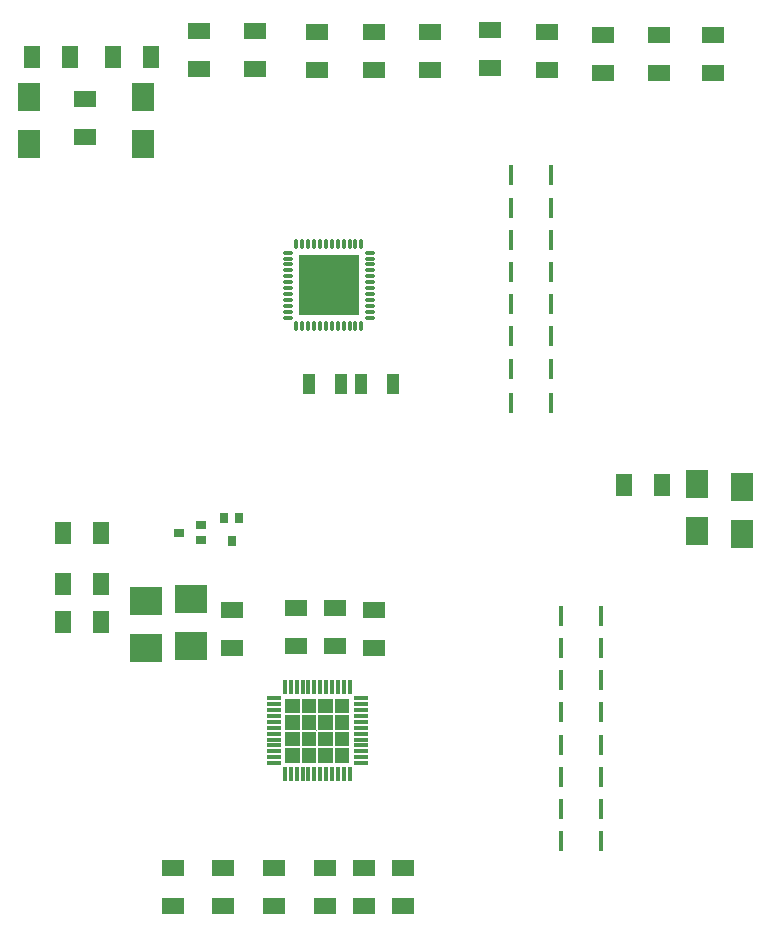
<source format=gtp>
G04 Layer_Color=8421504*
%FSLAX44Y44*%
%MOMM*%
G71*
G01*
G75*
%ADD10R,1.1000X1.7000*%
%ADD11R,1.3716X1.8542*%
%ADD12R,1.8542X1.3716*%
%ADD13R,0.4064X1.8034*%
%ADD14R,0.3048X1.2700*%
%ADD15R,1.2700X0.3048*%
%ADD17R,2.7000X2.4000*%
%ADD18O,0.9500X0.3300*%
%ADD19O,0.3300X0.9500*%
%ADD20R,5.2000X5.2000*%
%ADD21R,0.9000X0.7000*%
%ADD22R,0.7000X0.9000*%
%ADD23R,1.8500X2.4000*%
%ADD45R,0.0254X0.0254*%
G36*
X946420Y544560D02*
X934450D01*
Y556530D01*
X946420D01*
Y544560D01*
D02*
G37*
G36*
X932450Y544560D02*
X920480Y544560D01*
Y556530D01*
X932450D01*
Y544560D01*
D02*
G37*
G36*
X974360Y544560D02*
X962390Y544560D01*
Y556530D01*
X974360D01*
Y544560D01*
D02*
G37*
G36*
X960390D02*
X948420D01*
Y556530D01*
X960390D01*
Y544560D01*
D02*
G37*
G36*
X946420Y530590D02*
X934450D01*
X934450Y542560D01*
X946420D01*
Y530590D01*
D02*
G37*
G36*
X932450D02*
X920480D01*
Y542560D01*
X932450D01*
Y530590D01*
D02*
G37*
G36*
X974360D02*
X962390D01*
Y542560D01*
X974360D01*
Y530590D01*
D02*
G37*
G36*
X960390D02*
X948420D01*
Y542560D01*
X960390D01*
X960390Y530590D01*
D02*
G37*
G36*
X946420Y572500D02*
X934450D01*
X934450Y584470D01*
X946420D01*
Y572500D01*
D02*
G37*
G36*
X932450D02*
X920480D01*
Y584470D01*
X932450D01*
Y572500D01*
D02*
G37*
G36*
X974360D02*
X962390D01*
Y584470D01*
X974360D01*
Y572500D01*
D02*
G37*
G36*
X960390D02*
X948420D01*
Y584470D01*
X960390D01*
X960390Y572500D01*
D02*
G37*
G36*
X946420Y558530D02*
X934450D01*
Y570500D01*
X946420D01*
Y558530D01*
D02*
G37*
G36*
X932450Y570500D02*
Y558530D01*
X920480D01*
Y570500D01*
X932450Y570500D01*
D02*
G37*
G36*
X974360Y558530D02*
X962390D01*
Y570500D01*
X974360Y570500D01*
Y558530D01*
D02*
G37*
G36*
X960390D02*
X948420D01*
Y570500D01*
X960390D01*
Y558530D01*
D02*
G37*
D10*
X984250Y850900D02*
D03*
X1011250D02*
D03*
X940707D02*
D03*
X967707D02*
D03*
D11*
X806199Y1127760D02*
D03*
X774195D02*
D03*
X732028Y725170D02*
D03*
X764032D02*
D03*
X732028Y682110D02*
D03*
X764032D02*
D03*
X732028Y649342D02*
D03*
X764032D02*
D03*
X738124Y1127760D02*
D03*
X706120D02*
D03*
X1238971Y765810D02*
D03*
X1206967D02*
D03*
D12*
X1189196Y1146556D02*
D03*
Y1114552D02*
D03*
X1141730Y1148842D02*
D03*
X1141730Y1116838D02*
D03*
X986790Y441452D02*
D03*
Y409448D02*
D03*
X953770Y409448D02*
D03*
Y441452D02*
D03*
X910590Y409448D02*
D03*
Y441452D02*
D03*
X867410Y409448D02*
D03*
Y441452D02*
D03*
X825500Y409448D02*
D03*
Y441452D02*
D03*
X875030Y627888D02*
D03*
Y659892D02*
D03*
X995177Y627888D02*
D03*
Y659892D02*
D03*
X962409Y629158D02*
D03*
Y661162D02*
D03*
X929640Y629158D02*
D03*
Y661162D02*
D03*
X947420Y1117346D02*
D03*
Y1149350D02*
D03*
X1042988Y1117346D02*
D03*
Y1149350D02*
D03*
X995204Y1117346D02*
D03*
Y1149350D02*
D03*
X1282700Y1146302D02*
D03*
Y1114298D02*
D03*
X894715Y1117853D02*
D03*
Y1149857D02*
D03*
X1236980Y1146556D02*
D03*
Y1114552D02*
D03*
X1019558Y409448D02*
D03*
Y441452D02*
D03*
X1093629Y1150620D02*
D03*
Y1118616D02*
D03*
X750570Y1060450D02*
D03*
Y1092454D02*
D03*
X846931Y1117853D02*
D03*
Y1149857D02*
D03*
D13*
X1153922Y464297D02*
D03*
X1187958D02*
D03*
X1153922Y491477D02*
D03*
X1187958D02*
D03*
X1153922Y518658D02*
D03*
X1187958D02*
D03*
X1153922Y545838D02*
D03*
X1187958D02*
D03*
X1153922Y573019D02*
D03*
X1187958D02*
D03*
X1153922Y600200D02*
D03*
X1187958D02*
D03*
X1153922Y654560D02*
D03*
X1153922Y627380D02*
D03*
X1187958Y654560D02*
D03*
X1187958Y627380D02*
D03*
X1111250Y835276D02*
D03*
X1145286D02*
D03*
X1111250Y863727D02*
D03*
X1145286D02*
D03*
X1111250Y891667D02*
D03*
X1145286D02*
D03*
X1111250Y918848D02*
D03*
X1145286D02*
D03*
X1111250Y946028D02*
D03*
X1145286D02*
D03*
X1111250Y973209D02*
D03*
X1145286D02*
D03*
X1111250Y1028316D02*
D03*
X1145286D02*
D03*
X1111250Y1000389D02*
D03*
X1145286D02*
D03*
D14*
X974920Y594360D02*
D03*
X969920D02*
D03*
X964920D02*
D03*
X959920D02*
D03*
X954920D02*
D03*
X949920D02*
D03*
X944920D02*
D03*
X939920D02*
D03*
X934920D02*
D03*
X929920D02*
D03*
X924920D02*
D03*
X919920D02*
D03*
Y520700D02*
D03*
X924920D02*
D03*
X929920D02*
D03*
X934920D02*
D03*
X939920D02*
D03*
X944920D02*
D03*
X949920D02*
D03*
X954920D02*
D03*
X959920D02*
D03*
X964920D02*
D03*
X969920D02*
D03*
X974920D02*
D03*
D15*
X910590Y585030D02*
D03*
Y580030D02*
D03*
Y575030D02*
D03*
Y570030D02*
D03*
Y565030D02*
D03*
Y560030D02*
D03*
Y555030D02*
D03*
Y550030D02*
D03*
Y545030D02*
D03*
Y540030D02*
D03*
Y535030D02*
D03*
Y530030D02*
D03*
X984250D02*
D03*
Y535030D02*
D03*
Y540030D02*
D03*
Y545030D02*
D03*
Y550030D02*
D03*
Y555030D02*
D03*
Y560030D02*
D03*
Y565030D02*
D03*
Y570030D02*
D03*
Y575030D02*
D03*
Y580030D02*
D03*
Y585030D02*
D03*
D17*
X840740Y628970D02*
D03*
Y668970D02*
D03*
X802640Y627700D02*
D03*
Y667700D02*
D03*
D18*
X992008Y962268D02*
D03*
Y957268D02*
D03*
Y952268D02*
D03*
Y947268D02*
D03*
Y942268D02*
D03*
Y937268D02*
D03*
Y932268D02*
D03*
Y927268D02*
D03*
Y922268D02*
D03*
Y917268D02*
D03*
Y912268D02*
D03*
Y907268D02*
D03*
X922508D02*
D03*
Y912268D02*
D03*
Y917268D02*
D03*
Y922268D02*
D03*
Y927268D02*
D03*
Y932268D02*
D03*
Y937268D02*
D03*
Y942268D02*
D03*
Y947268D02*
D03*
Y952268D02*
D03*
Y957268D02*
D03*
Y962268D02*
D03*
D19*
X984758Y900018D02*
D03*
X979758D02*
D03*
X974758D02*
D03*
X969758D02*
D03*
X964758D02*
D03*
X959758D02*
D03*
X954758D02*
D03*
X949758D02*
D03*
X944758D02*
D03*
X939758D02*
D03*
X934758D02*
D03*
X929758D02*
D03*
Y969518D02*
D03*
X934758D02*
D03*
X939758D02*
D03*
X944758D02*
D03*
X949758D02*
D03*
X954758D02*
D03*
X959758D02*
D03*
X964758D02*
D03*
X969758D02*
D03*
X974758D02*
D03*
X979758D02*
D03*
X984758D02*
D03*
D20*
X957580Y934720D02*
D03*
D21*
X829970Y725170D02*
D03*
X848970Y731670D02*
D03*
Y718670D02*
D03*
D22*
X875030Y718210D02*
D03*
X868530Y737210D02*
D03*
X881530D02*
D03*
D23*
X1268730Y726760D02*
D03*
Y766760D02*
D03*
X1307251Y724220D02*
D03*
Y764220D02*
D03*
X800100Y1054420D02*
D03*
Y1094420D02*
D03*
X703580Y1054420D02*
D03*
Y1094420D02*
D03*
D45*
X947420Y557530D02*
D03*
M02*

</source>
